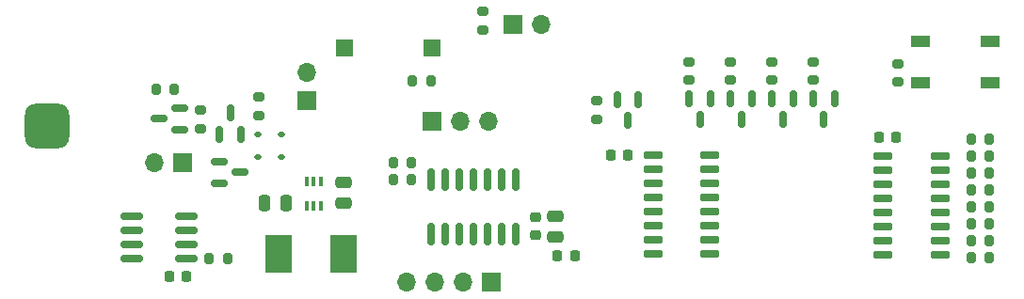
<source format=gbp>
G04 #@! TF.GenerationSoftware,KiCad,Pcbnew,8.0.4*
G04 #@! TF.CreationDate,2024-08-10T20:36:19+03:00*
G04 #@! TF.ProjectId,7clock,37636c6f-636b-42e6-9b69-6361645f7063,rev?*
G04 #@! TF.SameCoordinates,Original*
G04 #@! TF.FileFunction,Paste,Bot*
G04 #@! TF.FilePolarity,Positive*
%FSLAX46Y46*%
G04 Gerber Fmt 4.6, Leading zero omitted, Abs format (unit mm)*
G04 Created by KiCad (PCBNEW 8.0.4) date 2024-08-10 20:36:19*
%MOMM*%
%LPD*%
G01*
G04 APERTURE LIST*
G04 Aperture macros list*
%AMRoundRect*
0 Rectangle with rounded corners*
0 $1 Rounding radius*
0 $2 $3 $4 $5 $6 $7 $8 $9 X,Y pos of 4 corners*
0 Add a 4 corners polygon primitive as box body*
4,1,4,$2,$3,$4,$5,$6,$7,$8,$9,$2,$3,0*
0 Add four circle primitives for the rounded corners*
1,1,$1+$1,$2,$3*
1,1,$1+$1,$4,$5*
1,1,$1+$1,$6,$7*
1,1,$1+$1,$8,$9*
0 Add four rect primitives between the rounded corners*
20,1,$1+$1,$2,$3,$4,$5,0*
20,1,$1+$1,$4,$5,$6,$7,0*
20,1,$1+$1,$6,$7,$8,$9,0*
20,1,$1+$1,$8,$9,$2,$3,0*%
G04 Aperture macros list end*
%ADD10RoundRect,0.200000X0.275000X-0.200000X0.275000X0.200000X-0.275000X0.200000X-0.275000X-0.200000X0*%
%ADD11RoundRect,0.200000X-0.200000X-0.275000X0.200000X-0.275000X0.200000X0.275000X-0.200000X0.275000X0*%
%ADD12RoundRect,0.150000X-0.587500X-0.150000X0.587500X-0.150000X0.587500X0.150000X-0.587500X0.150000X0*%
%ADD13RoundRect,0.200000X-0.275000X0.200000X-0.275000X-0.200000X0.275000X-0.200000X0.275000X0.200000X0*%
%ADD14RoundRect,0.112500X0.187500X0.112500X-0.187500X0.112500X-0.187500X-0.112500X0.187500X-0.112500X0*%
%ADD15R,2.413000X3.429000*%
%ADD16RoundRect,0.100000X-0.100000X0.350000X-0.100000X-0.350000X0.100000X-0.350000X0.100000X0.350000X0*%
%ADD17RoundRect,0.150000X-0.150000X0.587500X-0.150000X-0.587500X0.150000X-0.587500X0.150000X0.587500X0*%
%ADD18RoundRect,0.218750X0.218750X0.256250X-0.218750X0.256250X-0.218750X-0.256250X0.218750X-0.256250X0*%
%ADD19R,1.800000X1.100000*%
%ADD20RoundRect,0.250000X0.475000X-0.250000X0.475000X0.250000X-0.475000X0.250000X-0.475000X-0.250000X0*%
%ADD21RoundRect,0.200000X0.200000X0.275000X-0.200000X0.275000X-0.200000X-0.275000X0.200000X-0.275000X0*%
%ADD22R,1.700000X1.700000*%
%ADD23O,1.700000X1.700000*%
%ADD24RoundRect,0.225000X0.225000X0.250000X-0.225000X0.250000X-0.225000X-0.250000X0.225000X-0.250000X0*%
%ADD25RoundRect,0.150000X0.150000X-0.825000X0.150000X0.825000X-0.150000X0.825000X-0.150000X-0.825000X0*%
%ADD26RoundRect,1.000000X-1.000000X1.000000X-1.000000X-1.000000X1.000000X-1.000000X1.000000X1.000000X0*%
%ADD27RoundRect,0.150000X0.725000X0.150000X-0.725000X0.150000X-0.725000X-0.150000X0.725000X-0.150000X0*%
%ADD28RoundRect,0.150000X0.587500X0.150000X-0.587500X0.150000X-0.587500X-0.150000X0.587500X-0.150000X0*%
%ADD29RoundRect,0.150000X0.150000X-0.587500X0.150000X0.587500X-0.150000X0.587500X-0.150000X-0.587500X0*%
%ADD30R,1.500000X1.500000*%
%ADD31RoundRect,0.150000X-0.825000X-0.150000X0.825000X-0.150000X0.825000X0.150000X-0.825000X0.150000X0*%
%ADD32RoundRect,0.250000X0.250000X0.475000X-0.250000X0.475000X-0.250000X-0.475000X0.250000X-0.475000X0*%
%ADD33RoundRect,0.225000X0.250000X-0.225000X0.250000X0.225000X-0.250000X0.225000X-0.250000X-0.225000X0*%
%ADD34RoundRect,0.225000X-0.225000X-0.250000X0.225000X-0.250000X0.225000X0.250000X-0.225000X0.250000X0*%
G04 APERTURE END LIST*
D10*
G04 #@! TO.C,R22*
X132842000Y-73469000D03*
X132842000Y-71819000D03*
G04 #@! TD*
D11*
G04 #@! TO.C,R13*
X196973000Y-86254000D03*
X198623000Y-86254000D03*
G04 #@! TD*
D12*
G04 #@! TO.C,Q6*
X129316000Y-79563000D03*
X129316000Y-77663000D03*
X131191000Y-78613000D03*
G04 #@! TD*
D13*
G04 #@! TO.C,R18*
X163276000Y-72161000D03*
X163276000Y-73811000D03*
G04 #@! TD*
D14*
G04 #@! TO.C,D1*
X134908000Y-75184000D03*
X132808000Y-75184000D03*
G04 #@! TD*
D10*
G04 #@! TO.C,R17*
X182753000Y-70294000D03*
X182753000Y-68644000D03*
G04 #@! TD*
D15*
G04 #@! TO.C,L1*
X134620000Y-85913000D03*
X140462000Y-85913000D03*
G04 #@! TD*
D16*
G04 #@! TO.C,U5*
X137160000Y-79395000D03*
X137810000Y-79395000D03*
X138460000Y-79395000D03*
X138460000Y-81595000D03*
X137810000Y-81595000D03*
X137160000Y-81595000D03*
G04 #@! TD*
D17*
G04 #@! TO.C,Q2*
X175324333Y-72000000D03*
X177224333Y-72000000D03*
X176274333Y-73875000D03*
G04 #@! TD*
G04 #@! TO.C,Q4*
X182773000Y-72000000D03*
X184673000Y-72000000D03*
X183723000Y-73875000D03*
G04 #@! TD*
D11*
G04 #@! TO.C,R11*
X196973000Y-83206000D03*
X198623000Y-83206000D03*
G04 #@! TD*
D10*
G04 #@! TO.C,R15*
X175302333Y-70294000D03*
X175302333Y-68644000D03*
G04 #@! TD*
D11*
G04 #@! TO.C,R23*
X123635000Y-71120000D03*
X125285000Y-71120000D03*
G04 #@! TD*
G04 #@! TO.C,R5*
X146685000Y-70358000D03*
X148335000Y-70358000D03*
G04 #@! TD*
G04 #@! TO.C,R10*
X196973000Y-81682000D03*
X198623000Y-81682000D03*
G04 #@! TD*
D18*
G04 #@! TO.C,FB1*
X161290000Y-86106000D03*
X159715000Y-86106000D03*
G04 #@! TD*
D19*
G04 #@! TO.C,SW1*
X192428000Y-70502000D03*
X198628000Y-70502000D03*
X192428000Y-66802000D03*
X198628000Y-66802000D03*
G04 #@! TD*
D20*
G04 #@! TO.C,C7*
X140462000Y-81402000D03*
X140462000Y-79502000D03*
G04 #@! TD*
D21*
G04 #@! TO.C,R20*
X146621000Y-77724000D03*
X144971000Y-77724000D03*
G04 #@! TD*
D22*
G04 #@! TO.C,J3*
X153797000Y-88519000D03*
D23*
X151257000Y-88519000D03*
X148717000Y-88519000D03*
X146177000Y-88519000D03*
G04 #@! TD*
D24*
G04 #@! TO.C,C4*
X166083000Y-77050000D03*
X164533000Y-77050000D03*
G04 #@! TD*
D17*
G04 #@! TO.C,Q5*
X165120000Y-72048500D03*
X167020000Y-72048500D03*
X166070000Y-73923500D03*
G04 #@! TD*
D25*
G04 #@! TO.C,U1*
X155956000Y-84198000D03*
X154686000Y-84198000D03*
X153416000Y-84198000D03*
X152146000Y-84198000D03*
X150876000Y-84198000D03*
X149606000Y-84198000D03*
X148336000Y-84198000D03*
X148336000Y-79248000D03*
X149606000Y-79248000D03*
X150876000Y-79248000D03*
X152146000Y-79248000D03*
X153416000Y-79248000D03*
X154686000Y-79248000D03*
X155956000Y-79248000D03*
G04 #@! TD*
D22*
G04 #@! TO.C,J2*
X137160000Y-72136000D03*
D23*
X137160000Y-69596000D03*
G04 #@! TD*
D26*
G04 #@! TO.C,BT1*
X113792000Y-74422000D03*
G04 #@! TD*
D27*
G04 #@! TO.C,U4*
X194150000Y-77110000D03*
X194150000Y-78380000D03*
X194150000Y-79650000D03*
X194150000Y-80920000D03*
X194150000Y-82190000D03*
X194150000Y-83460000D03*
X194150000Y-84730000D03*
X194150000Y-86000000D03*
X189000000Y-86000000D03*
X189000000Y-84730000D03*
X189000000Y-83460000D03*
X189000000Y-82190000D03*
X189000000Y-80920000D03*
X189000000Y-79650000D03*
X189000000Y-78380000D03*
X189000000Y-77110000D03*
G04 #@! TD*
D11*
G04 #@! TO.C,R12*
X196973000Y-84730000D03*
X198623000Y-84730000D03*
G04 #@! TD*
D17*
G04 #@! TO.C,Q3*
X179048666Y-72000000D03*
X180948666Y-72000000D03*
X179998666Y-73875000D03*
G04 #@! TD*
D28*
G04 #@! TO.C,Q7*
X125778500Y-72837000D03*
X125778500Y-74737000D03*
X123903500Y-73787000D03*
G04 #@! TD*
D11*
G04 #@! TO.C,R8*
X196973000Y-78634000D03*
X198623000Y-78634000D03*
G04 #@! TD*
D29*
G04 #@! TO.C,Q8*
X131252000Y-75154000D03*
X129352000Y-75154000D03*
X130302000Y-73279000D03*
G04 #@! TD*
D22*
G04 #@! TO.C,J1*
X148478000Y-74041000D03*
D23*
X151018000Y-74041000D03*
X153558000Y-74041000D03*
G04 #@! TD*
D22*
G04 #@! TO.C,BT2*
X125984000Y-77724000D03*
D23*
X123444000Y-77724000D03*
G04 #@! TD*
D30*
G04 #@! TO.C,SW2*
X148426000Y-67437000D03*
X140626000Y-67437000D03*
G04 #@! TD*
D10*
G04 #@! TO.C,R16*
X179027666Y-70294000D03*
X179027666Y-68644000D03*
G04 #@! TD*
D11*
G04 #@! TO.C,R7*
X196973000Y-77110000D03*
X198623000Y-77110000D03*
G04 #@! TD*
D31*
G04 #@! TO.C,U2*
X121415000Y-86360000D03*
X121415000Y-85090000D03*
X121415000Y-83820000D03*
X121415000Y-82550000D03*
X126365000Y-82550000D03*
X126365000Y-83820000D03*
X126365000Y-85090000D03*
X126365000Y-86360000D03*
G04 #@! TD*
D14*
G04 #@! TO.C,D2*
X134908000Y-77216000D03*
X132808000Y-77216000D03*
G04 #@! TD*
D22*
G04 #@! TO.C,R3*
X155702000Y-65278000D03*
D23*
X158242000Y-65278000D03*
G04 #@! TD*
D13*
G04 #@! TO.C,R4*
X153035000Y-64136000D03*
X153035000Y-65786000D03*
G04 #@! TD*
D10*
G04 #@! TO.C,R14*
X171577000Y-70294000D03*
X171577000Y-68644000D03*
G04 #@! TD*
G04 #@! TO.C,R21*
X127635000Y-74676000D03*
X127635000Y-73026000D03*
G04 #@! TD*
D11*
G04 #@! TO.C,R9*
X196973000Y-80158000D03*
X198623000Y-80158000D03*
G04 #@! TD*
D32*
G04 #@! TO.C,C6*
X135316000Y-81341000D03*
X133416000Y-81341000D03*
G04 #@! TD*
D27*
G04 #@! TO.C,U3*
X173471000Y-77050000D03*
X173471000Y-78320000D03*
X173471000Y-79590000D03*
X173471000Y-80860000D03*
X173471000Y-82130000D03*
X173471000Y-83400000D03*
X173471000Y-84670000D03*
X173471000Y-85940000D03*
X168321000Y-85940000D03*
X168321000Y-84670000D03*
X168321000Y-83400000D03*
X168321000Y-82130000D03*
X168321000Y-80860000D03*
X168321000Y-79590000D03*
X168321000Y-78320000D03*
X168321000Y-77050000D03*
G04 #@! TD*
D24*
G04 #@! TO.C,C3*
X126378000Y-88011000D03*
X124828000Y-88011000D03*
G04 #@! TD*
D11*
G04 #@! TO.C,R6*
X196973000Y-75586000D03*
X198623000Y-75586000D03*
G04 #@! TD*
D21*
G04 #@! TO.C,R1*
X130047000Y-86360000D03*
X128397000Y-86360000D03*
G04 #@! TD*
D17*
G04 #@! TO.C,Q1*
X171600000Y-72000000D03*
X173500000Y-72000000D03*
X172550000Y-73875000D03*
G04 #@! TD*
D13*
G04 #@! TO.C,R2*
X190396000Y-68834000D03*
X190396000Y-70484000D03*
G04 #@! TD*
D33*
G04 #@! TO.C,C1*
X157734000Y-84211000D03*
X157734000Y-82661000D03*
G04 #@! TD*
D34*
G04 #@! TO.C,C5*
X188641000Y-75459000D03*
X190191000Y-75459000D03*
G04 #@! TD*
D20*
G04 #@! TO.C,C2*
X159512000Y-84452000D03*
X159512000Y-82552000D03*
G04 #@! TD*
D21*
G04 #@! TO.C,R19*
X146621000Y-79248000D03*
X144971000Y-79248000D03*
G04 #@! TD*
M02*

</source>
